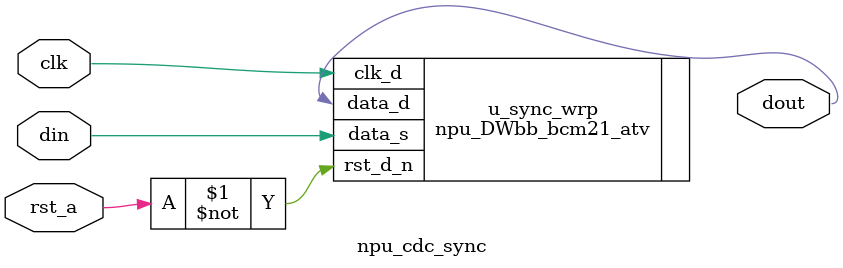
<source format=sv>
/*
 * Copyright (C) 2021-2023 Synopsys, Inc. All rights reserved.
 *
 * SYNOPSYS CONFIDENTIAL - This is an unpublished, confidential, and
 * proprietary work of Synopsys, Inc., and may be subject to patent,
 * copyright, trade secret, and other legal or contractual protection.
 * This work may be used only pursuant to the terms and conditions of a
 * written license agreement with Synopsys, Inc. All other use, reproduction,
 * distribution, or disclosure of this work is strictly prohibited.
 *
 * The entire notice above must be reproduced on all authorized copies.
 */

//----------------------------------------------------------------------------
// synchronizer
// ===========================================================================
//
// Description:
//
// Synchronizer for a clock-domain crossing input signal (async input).
// The number synchronizing FF levels is controlled by SYNC_FF_LEVELS.
//
// Note: This is a behavioral block that may be replaced by the RDF flow before
// synthesis. The replacement block instantiates the proper synchronizer cell
// of the synthesis library
//
// ===========================================================================

`include "npu_defines.v"

module npu_cdc_sync
  #(
  parameter int SYNC_FF_LEVELS = 2,     // Allowed values: 2, 3, 4
  parameter int WIDTH = 1,
  parameter int TMR_CDC = 0,
  localparam int DATA_S_WIDTH  = (TMR_CDC == 0) ? WIDTH : (WIDTH * 3)
  )
  (
  input  logic              clk,        // target (receiving) clock domain clk
  input  logic              rst_a,
  input  logic  [DATA_S_WIDTH-1:0] din,        // async input
  output logic  [WIDTH-1:0] dout        // synchronized output
  );
 
`ifndef NPU_NO_DWBB_CDC_SYNC //  Use DesignWare building block by default

  // Use CDC Sync from npu_DWbb - may be replaced with
  // specialized cells during synthesis
  npu_DWbb_bcm21_atv #(
      .WIDTH(WIDTH),
      .F_SYNC_TYPE(SYNC_FF_LEVELS),
      .VERIF_EN(0),
      .SVA_TYPE(0),
      .TMR_CDC(TMR_CDC)
  ) u_sync_wrp (
    .rst_d_n        (~rst_a),
    .data_s         (din),
    .clk_d          (clk),
    .data_d         (dout)
  );

`else // CDC through serial FF

  // spyglass disable_block Ac_unsync01
  // spyglass disable_block Ac_unsync02
  // SMD: Unsynchronized Crossing

  logic [WIDTH-1:0] sample_meta;
  logic [WIDTH-1:0] sample_syncl;

  // spyglass disable_block W402b
  //SMD:Self generated reset
  //SJ :Ignore
  generate
    if (SYNC_FF_LEVELS==2) begin : GEN_FF2
      always_ff @(posedge clk or posedge rst_a) begin : cdc_sync_PROC
        if (rst_a == 1'b1) begin
          sample_meta  <= '0;
          sample_syncl <= '0;
        end
        else begin
          sample_meta <= (TMR_CDC == 0) ? din : din[WIDTH-1:0];
          sample_syncl <= sample_meta;
        end
      end : cdc_sync_PROC
    end : GEN_FF2
  // spyglass enable_block W402b

    else if (SYNC_FF_LEVELS==3) begin : GEN_FF3
      logic [WIDTH-1:0] sample_d1;
      always_ff @(posedge clk or posedge rst_a) begin : cdc_sync_PROC
        if (rst_a == 1'b1) begin
          sample_meta  <= '0;
          sample_syncl <= '0;
          sample_d1    <= '0;
        end
        else begin
          sample_meta  <= (TMR_CDC == 0) ? din : din[WIDTH-1:0];
          sample_d1    <= sample_meta;
          sample_syncl <= sample_d1;
        end
      end : cdc_sync_PROC
    end : GEN_FF3

    else if (SYNC_FF_LEVELS==4) begin : GEN_FF4
      logic [WIDTH-1:0] sample_d1;
      logic [WIDTH-1:0] sample_d2;
      always_ff @(posedge clk or posedge rst_a) begin : cdc_sync_PROC
        if (rst_a == 1'b1) begin
          sample_meta  <= '0;
          sample_syncl <= '0;
          sample_d1    <= '0;
          sample_d2    <= '0;
        end
        else begin
          sample_meta  <= (TMR_CDC == 0) ? din : din[WIDTH-1:0];
          sample_d1    <= sample_meta;
          sample_d2    <= sample_d1;
          sample_syncl <= sample_d2;
        end
      end : cdc_sync_PROC
    end : GEN_FF4

  endgenerate


  assign dout = sample_syncl;

  // spyglass enable_block Ac_unsync02
  // spyglass enable_block Ac_unsync01

`endif

endmodule

</source>
